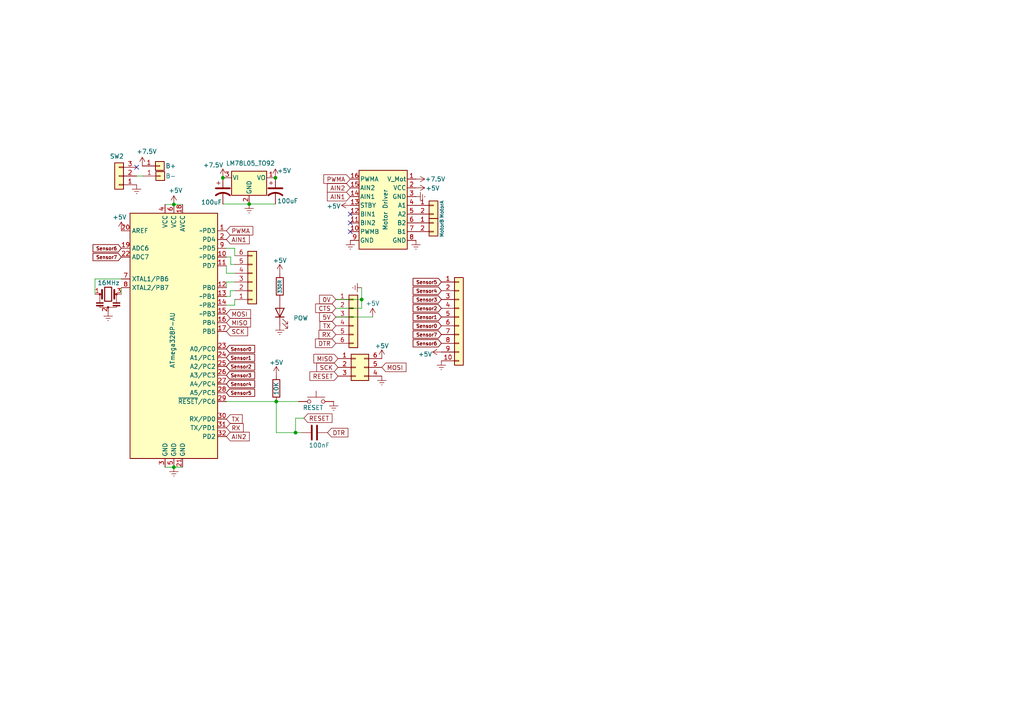
<source format=kicad_sch>
(kicad_sch (version 20211123) (generator eeschema)
  (paper "A4")
  (title_block (title "ATMEGA") (date "2023-02-10") (company "Tonikiller10000"))
  (lib_symbols
    (symbol "ATmega328P-A_1"
      (property "Value" "ATmega328P-AU " (at -0.381 -9.398 90))
      (symbol "ATmega328P-A_1_0_1"
        (rectangle (start -12.7 -35.56) (end 12.7 35.56) (stroke (width 0.254)) (fill (type background)))
      )
      (symbol "ATmega328P-A_1_1_1"
        (pin bidirectional line (at 15.24 30.48 180) (length 2.54) (name "~PD3") (number "1"))
        (pin bidirectional line (at 15.24 22.86 180) (length 2.54) (name "~PD6") (number "10"))
        (pin bidirectional line (at 15.24 20.32 180) (length 2.54) (name "PD7") (number "11"))
        (pin bidirectional line (at 15.24 13.97 180) (length 2.54) (name "PB0") (number "12"))
        (pin bidirectional line (at 15.24 11.43 180) (length 2.54) (name "~PB1") (number "13"))
        (pin bidirectional line (at 15.24 8.89 180) (length 2.54) (name "~PB2") (number "14"))
        (pin bidirectional line (at 15.24 6.35 180) (length 2.54) (name "~PB3") (number "15"))
        (pin bidirectional line (at 15.24 3.81 180) (length 2.54) (name "PB4") (number "16"))
        (pin bidirectional line (at 15.24 1.27 180) (length 2.54) (name "PB5") (number "17"))
        (pin power_in line (at 2.54 38.1 270) (length 2.54) (name "AVCC") (number "18"))
        (pin input line (at -15.24 25.4 0) (length 2.54) (name "ADC6") (number "19"))
        (pin bidirectional line (at 15.24 27.94 180) (length 2.54) (name "PD4") (number "2"))
        (pin passive line (at -15.24 30.48 0) (length 2.54) (name "AREF") (number "20"))
        (pin passive line (at 2.54 -38.1 90) (length 2.54) (name "GND") (number "21"))
        (pin input line (at -15.24 22.86 0) (length 2.54) (name "ADC7") (number "22"))
        (pin bidirectional line (at 15.24 -3.81 180) (length 2.54) (name "A0/PC0") (number "23"))
        (pin bidirectional line (at 15.24 -6.35 180) (length 2.54) (name "A1/PC1") (number "24"))
        (pin bidirectional line (at 15.24 -8.89 180) (length 2.54) (name "A2/PC2") (number "25"))
        (pin bidirectional line (at 15.24 -11.43 180) (length 2.54) (name "A3/PC3") (number "26"))
        (pin bidirectional line (at 15.24 -13.97 180) (length 2.54) (name "A4/PC4") (number "27"))
        (pin bidirectional line (at 15.24 -16.51 180) (length 2.54) (name "A5/PC5") (number "28"))
        (pin bidirectional line (at 15.24 -19.05 180) (length 2.54) (name "~{RESET}/PC6") (number "29"))
        (pin power_in line (at -2.54 -38.1 90) (length 2.54) (name "GND") (number "3"))
        (pin bidirectional line (at 15.24 -24.13 180) (length 2.54) (name "RX/PD0") (number "30"))
        (pin bidirectional line (at 15.24 -26.67 180) (length 2.54) (name "TX/PD1") (number "31"))
        (pin bidirectional line (at 15.24 -29.21 180) (length 2.54) (name "PD2") (number "32"))
        (pin power_in line (at -2.54 38.1 270) (length 2.54) (name "VCC") (number "4"))
        (pin passive line (at 0 -38.1 90) (length 2.54) (name "GND") (number "5"))
        (pin passive line (at 0 38.1 270) (length 2.54) (name "VCC") (number "6"))
        (pin bidirectional line (at -15.24 16.51 0) (length 2.54) (name "XTAL1/PB6") (number "7"))
        (pin bidirectional line (at -15.24 13.97 0) (length 2.54) (name "XTAL2/PB7") (number "8"))
        (pin bidirectional line (at 15.24 25.4 180) (length 2.54) (name "~PD5") (number "9"))
      )
    )
    (symbol "Connector_Generic:Conn_01x01" (pin_names (offset 1.016) hide)
      (property "Reference" "J" (at 0 2.54 0))
      (property "Value" "Conn_01x01" (at 0 -2.54 0))
      (symbol "Conn_01x01_1_1"
        (rectangle (start -1.27 0.127) (end 0 -0.127) (stroke (width 0.1524)))
        (rectangle (start -1.27 1.27) (end 1.27 -1.27) (stroke (width 0.254)) (fill (type background)))
        (pin passive line (at -5.08 0 0) (length 3.81) (name "Pin_1") (number "1"))
      )
    )
    (symbol "Connector_Generic:Conn_01x02" (pin_names (offset 1.016) hide)
      (property "Reference" "J" (at 0 2.54 0))
      (property "Value" "Conn_01x02" (at 0 -5.08 0))
      (symbol "Conn_01x02_1_1"
        (rectangle (start -1.27 -2.413) (end 0 -2.667) (stroke (width 0.1524)))
        (rectangle (start -1.27 0.127) (end 0 -0.127) (stroke (width 0.1524)))
        (rectangle (start -1.27 1.27) (end 1.27 -3.81) (stroke (width 0.254)) (fill (type background)))
        (pin passive line (at -5.08 0 0) (length 3.81) (name "Pin_1") (number "1"))
        (pin passive line (at -5.08 -2.54 0) (length 3.81) (name "Pin_2") (number "2"))
      )
    )
    (symbol "Connector_Generic:Conn_01x03" (pin_names (offset 1.016) hide)
      (property "Reference" "J" (at 0 5.08 0))
      (property "Value" "Conn_01x03" (at 0 -5.08 0))
      (symbol "Conn_01x03_1_1"
        (rectangle (start -1.27 -2.413) (end 0 -2.667) (stroke (width 0.1524)))
        (rectangle (start -1.27 0.127) (end 0 -0.127) (stroke (width 0.1524)))
        (rectangle (start -1.27 2.667) (end 0 2.413) (stroke (width 0.1524)))
        (rectangle (start -1.27 3.81) (end 1.27 -3.81) (stroke (width 0.254)) (fill (type background)))
        (pin passive line (at -5.08 2.54 0) (length 3.81) (name "Pin_1") (number "1"))
        (pin passive line (at -5.08 0 0) (length 3.81) (name "Pin_2") (number "2"))
        (pin passive line (at -5.08 -2.54 0) (length 3.81) (name "Pin_3") (number "3"))
      )
    )
    (symbol "Connector_Generic:Conn_01x10" (pin_names (offset 1.016) hide)
      (property "Reference" "J" (at 0 12.7 0))
      (property "Value" "Conn_01x10" (at 0 -15.24 0))
      (symbol "Conn_01x10_1_1"
        (rectangle (start -1.27 -12.573) (end 0 -12.827) (stroke (width 0.1524)))
        (rectangle (start -1.27 -10.033) (end 0 -10.287) (stroke (width 0.1524)))
        (rectangle (start -1.27 -7.493) (end 0 -7.747) (stroke (width 0.1524)))
        (rectangle (start -1.27 -4.953) (end 0 -5.207) (stroke (width 0.1524)))
        (rectangle (start -1.27 -2.413) (end 0 -2.667) (stroke (width 0.1524)))
        (rectangle (start -1.27 0.127) (end 0 -0.127) (stroke (width 0.1524)))
        (rectangle (start -1.27 2.667) (end 0 2.413) (stroke (width 0.1524)))
        (rectangle (start -1.27 5.207) (end 0 4.953) (stroke (width 0.1524)))
        (rectangle (start -1.27 7.747) (end 0 7.493) (stroke (width 0.1524)))
        (rectangle (start -1.27 10.287) (end 0 10.033) (stroke (width 0.1524)))
        (rectangle (start -1.27 11.43) (end 1.27 -13.97) (stroke (width 0.254)) (fill (type background)))
        (pin passive line (at -5.08 10.16 0) (length 3.81) (name "Pin_1") (number "1"))
        (pin passive line (at -5.08 -12.7 0) (length 3.81) (name "Pin_10") (number "10"))
        (pin passive line (at -5.08 7.62 0) (length 3.81) (name "Pin_2") (number "2"))
        (pin passive line (at -5.08 5.08 0) (length 3.81) (name "Pin_3") (number "3"))
        (pin passive line (at -5.08 2.54 0) (length 3.81) (name "Pin_4") (number "4"))
        (pin passive line (at -5.08 0 0) (length 3.81) (name "Pin_5") (number "5"))
        (pin passive line (at -5.08 -2.54 0) (length 3.81) (name "Pin_6") (number "6"))
        (pin passive line (at -5.08 -5.08 0) (length 3.81) (name "Pin_7") (number "7"))
        (pin passive line (at -5.08 -7.62 0) (length 3.81) (name "Pin_8") (number "8"))
        (pin passive line (at -5.08 -10.16 0) (length 3.81) (name "Pin_9") (number "9"))
      )
    )
    (symbol "Connector_Generic:Conn_02x03_Counter_Clockwise" (pin_names (offset 1.016) hide)
      (property "Reference" "J" (at 1.27 5.08 0))
      (property "Value" "Conn_02x03_Counter_Clockwise" (at 1.27 -5.08 0))
      (symbol "Conn_02x03_Counter_Clockwise_1_1"
        (rectangle (start -1.27 -2.413) (end 0 -2.667) (stroke (width 0.1524)))
        (rectangle (start -1.27 0.127) (end 0 -0.127) (stroke (width 0.1524)))
        (rectangle (start -1.27 2.667) (end 0 2.413) (stroke (width 0.1524)))
        (rectangle (start -1.27 3.81) (end 3.81 -3.81) (stroke (width 0.254)) (fill (type background)))
        (rectangle (start 3.81 -2.413) (end 2.54 -2.667) (stroke (width 0.1524)))
        (rectangle (start 3.81 0.127) (end 2.54 -0.127) (stroke (width 0.1524)))
        (rectangle (start 3.81 2.667) (end 2.54 2.413) (stroke (width 0.1524)))
        (pin passive line (at -5.08 2.54 0) (length 3.81) (name "Pin_1") (number "1"))
        (pin passive line (at -5.08 0 0) (length 3.81) (name "Pin_2") (number "2"))
        (pin passive line (at -5.08 -2.54 0) (length 3.81) (name "Pin_3") (number "3"))
        (pin passive line (at 7.62 -2.54 180) (length 3.81) (name "Pin_4") (number "4"))
        (pin passive line (at 7.62 0 180) (length 3.81) (name "Pin_5") (number "5"))
        (pin passive line (at 7.62 2.54 180) (length 3.81) (name "Pin_6") (number "6"))
      )
    )
    (symbol "Connector_Generic_MountingPin:Conn_01x06_MountingPin" (pin_names (offset 1.016) hide)
      (symbol "Conn_01x06_MountingPin_1_1"
        (rectangle (start -1.27 -7.493) (end 0 -7.747) (stroke (width 0.1524)))
        (rectangle (start -1.27 -4.953) (end 0 -5.207) (stroke (width 0.1524)))
        (rectangle (start -1.27 -2.413) (end 0 -2.667) (stroke (width 0.1524)))
        (rectangle (start -1.27 0.127) (end 0 -0.127) (stroke (width 0.1524)))
        (rectangle (start -1.27 2.667) (end 0 2.413) (stroke (width 0.1524)))
        (rectangle (start -1.27 5.207) (end 0 4.953) (stroke (width 0.1524)))
        (rectangle (start -1.27 6.35) (end 1.27 -8.89) (stroke (width 0.254)) (fill (type background)))
        (pin passive line (at -5.08 5.08 0) (length 3.81) (name "Pin_1") (number "1"))
        (pin passive line (at -5.08 2.54 0) (length 3.81) (name "Pin_2") (number "2"))
        (pin passive line (at -5.08 0 0) (length 3.81) (name "Pin_3") (number "3"))
        (pin passive line (at -5.08 -2.54 0) (length 3.81) (name "Pin_4") (number "4"))
        (pin passive line (at -5.08 -5.08 0) (length 3.81) (name "Pin_5") (number "5"))
        (pin passive line (at -5.08 -7.62 0) (length 3.81) (name "Pin_6") (number "6"))
      )
    )
    (symbol "Device:C" (pin_numbers hide) (pin_names (offset 0.254))
      (property "Reference" "C" (at 0.635 2.54 0))
      (property "Value" "C" (at 0.635 -2.54 0))
      (symbol "C_0_1"
        (polyline (pts (xy -2.032 -0.762) (xy 2.032 -0.762)) (stroke (width 0.508)))
        (polyline (pts (xy -2.032 0.762) (xy 2.032 0.762)) (stroke (width 0.508)))
      )
      (symbol "C_1_1"
        (pin passive line (at 0 3.81 270) (length 2.794) (name "~") (number "1"))
        (pin passive line (at 0 -3.81 90) (length 2.794) (name "~") (number "2"))
      )
    )
    (symbol "Device:C_Polarized_US" (pin_numbers hide) (pin_names (offset 0.254) hide)
      (property "Reference" "C" (at 0.635 2.54 0))
      (property "Value" "C_Polarized_US" (at 0.635 -2.54 0))
      (symbol "C_Polarized_US_0_1"
        (polyline (pts (xy -2.032 0.762) (xy 2.032 0.762)) (stroke (width 0.508)))
        (polyline (pts (xy -1.778 2.286) (xy -0.762 2.286)))
        (polyline (pts (xy -1.27 1.778) (xy -1.27 2.794)))
        (arc (start 2.032 -1.27) (mid 0 -0.5572) (end -2.032 -1.27) (stroke (width 0.508)))
      )
      (symbol "C_Polarized_US_1_1"
        (pin passive line (at 0 3.81 270) (length 2.794) (name "~") (number "1"))
        (pin passive line (at 0 -3.81 90) (length 3.302) (name "~") (number "2"))
      )
    )
    (symbol "Device:LED" (pin_numbers hide) (pin_names (offset 1.016) hide)
      (property "Reference" "D" (at 0 2.54 0))
      (property "Value" "LED" (at 0 -2.54 0))
      (symbol "LED_0_1"
        (polyline (pts (xy -1.27 -1.27) (xy -1.27 1.27)) (stroke (width 0.254)))
        (polyline (pts (xy -1.27 0) (xy 1.27 0)))
        (polyline (pts (xy 1.27 -1.27) (xy 1.27 1.27) (xy -1.27 0) (xy 1.27 -1.27)) (stroke (width 0.254)))
        (polyline (pts (xy -3.048 -0.762) (xy -4.572 -2.286) (xy -3.81 -2.286) (xy -4.572 -2.286) (xy -4.572 -1.524)))
        (polyline (pts (xy -1.778 -0.762) (xy -3.302 -2.286) (xy -2.54 -2.286) (xy -3.302 -2.286) (xy -3.302 -1.524)))
      )
      (symbol "LED_1_1"
        (pin passive line (at -3.81 0 0) (length 2.54) (name "K") (number "1"))
        (pin passive line (at 3.81 0 180) (length 2.54) (name "A") (number "2"))
      )
    )
    (symbol "Device:R" (pin_numbers hide) (pin_names (offset 0))
      (property "Reference" "R" (at 2.032 0 90))
      (property "Value" "R" (at 0 0 90))
      (symbol "R_0_1"
        (rectangle (start -1.016 -2.54) (end 1.016 2.54) (stroke (width 0.254)))
      )
      (symbol "R_1_1"
        (pin passive line (at 0 3.81 270) (length 1.27) (name "~") (number "1"))
        (pin passive line (at 0 -3.81 90) (length 1.27) (name "~") (number "2"))
      )
    )
    (symbol "Device:Resonator" (pin_names (offset 1.016) hide)
      (property "Reference" "Y" (at 0 5.715 0))
      (property "Value" "Resonator" (at 0 3.81 0))
      (symbol "Resonator_0_1"
        (rectangle (start -3.429 -3.175) (end -1.397 -3.429) (fill (type outline)))
        (rectangle (start -3.429 -2.413) (end -1.397 -2.667) (fill (type outline)))
        (circle (center -2.413 0) (radius 0.254) (fill (type outline)))
        (rectangle (start -1.016 2.032) (end 1.016 -2.032) (stroke (width 0.3048)))
        (circle (center 0 -3.81) (radius 0.254) (fill (type outline)))
        (polyline (pts (xy -2.413 -2.413) (xy -2.413 0)))
        (polyline (pts (xy -1.905 0) (xy -3.175 0)))
        (polyline (pts (xy -1.778 -1.27) (xy -1.778 1.27)) (stroke (width 0.508)))
        (polyline (pts (xy 1.778 -1.27) (xy 1.778 1.27)) (stroke (width 0.508)))
        (polyline (pts (xy 1.905 0) (xy 2.54 0)))
        (polyline (pts (xy 2.413 0) (xy 2.413 -2.54)))
        (polyline (pts (xy 2.413 -3.302) (xy 2.413 -3.81) (xy -2.413 -3.81) (xy -2.413 -3.302)))
        (rectangle (start 1.397 -3.175) (end 3.429 -3.429) (fill (type outline)))
        (rectangle (start 1.397 -2.413) (end 3.429 -2.667) (fill (type outline)))
        (circle (center 2.413 0) (radius 0.254) (fill (type outline)))
      )
      (symbol "Resonator_1_1"
        (pin passive line (at -3.81 0 0) (length 1.27) (name "1") (number "1"))
        (pin passive line (at 0 -5.08 90) (length 1.27) (name "2") (number "2"))
        (pin passive line (at 3.81 0 180) (length 1.27) (name "3") (number "3"))
      )
    )
    (symbol "LM78L05_TO92_1" (pin_names (offset 0.254))
      (property "Value" "Motor Driver" (at 1.27 -8.89 90))
      (symbol "LM78L05_TO92_1_0_1"
        (rectangle (start -5.08 2.54) (end 8.89 -20.32) (stroke (width 0.254)) (fill (type background)))
      )
      (symbol "LM78L05_TO92_1_1_1"
        (pin power_out line (at -7.62 0 0) (length 2.54) (name "V_Mot") (number "1"))
        (pin power_in line (at 11.43 -15.24 180) (length 2.54) (name "PWMB") (number "10"))
        (pin power_in line (at 11.43 -12.7 180) (length 2.54) (name "BIN2") (number "11"))
        (pin power_in line (at 11.43 -10.16 180) (length 2.54) (name "BIN1") (number "12"))
        (pin power_in line (at 11.43 -7.62 180) (length 2.54) (name "STBY") (number "13"))
        (pin power_in line (at 11.43 -5.08 180) (length 2.54) (name "AIN1") (number "14"))
        (pin power_in line (at 11.43 -2.54 180) (length 2.54) (name "AIN2") (number "15"))
        (pin power_in line (at 11.43 0 180) (length 2.54) (name "PWMA") (number "16"))
        (pin power_out line (at -7.62 -2.54 0) (length 2.54) (name "VCC") (number "2"))
        (pin power_out line (at -7.62 -5.08 0) (length 2.54) (name "GND") (number "3"))
        (pin power_out line (at -7.62 -7.62 0) (length 2.54) (name "A1") (number "4"))
        (pin power_out line (at -7.62 -10.16 0) (length 2.54) (name "A2") (number "5"))
        (pin power_out line (at -7.62 -12.7 0) (length 2.54) (name "B2") (number "6"))
        (pin power_out line (at -7.62 -15.24 0) (length 2.54) (name "B1") (number "7"))
        (pin power_out line (at -7.62 -17.78 0) (length 2.54) (name "GND") (number "8"))
        (pin power_in line (at 11.43 -17.78 180) (length 2.54) (name "GND") (number "9"))
      )
    )
    (symbol "Regulator_Linear:LM78L05_TO92" (pin_names (offset 0.254))
      (property "Reference" "U" (at -3.81 3.175 0))
      (property "Value" "LM78L05_TO92" (at 0 3.175 0))
      (symbol "LM78L05_TO92_0_1"
        (rectangle (start -5.08 -5.08) (end 5.08 1.905) (stroke (width 0.254)) (fill (type background)))
      )
      (symbol "LM78L05_TO92_1_1"
        (pin power_out line (at 7.62 0 180) (length 2.54) (name "VO") (number "1"))
        (pin power_in line (at 0 -7.62 90) (length 2.54) (name "GND") (number "2"))
        (pin power_in line (at -7.62 0 0) (length 2.54) (name "VI") (number "3"))
      )
    )
    (symbol "Switch:SW_Push" (pin_numbers hide) (pin_names (offset 1.016) hide)
      (property "Reference" "SW" (at 1.27 2.54 0))
      (property "Value" "SW_Push" (at 0 -1.524 0))
      (symbol "SW_Push_0_1"
        (circle (center -2.032 0) (radius 0.508))
        (polyline (pts (xy 0 1.27) (xy 0 3.048)))
        (polyline (pts (xy 2.54 1.27) (xy -2.54 1.27)))
        (circle (center 2.032 0) (radius 0.508))
        (pin passive line (at -5.08 0 0) (length 2.54) (name "1") (number "1"))
        (pin passive line (at 5.08 0 180) (length 2.54) (name "2") (number "2"))
      )
    )
    (symbol "power:+5V" (power) (pin_names (offset 0))
      (property "Value" "+5V" (at 0 3.556 0))
      (symbol "+5V_0_1"
        (polyline (pts (xy -0.762 1.27) (xy 0 2.54)))
        (polyline (pts (xy 0 0) (xy 0 2.54)))
        (polyline (pts (xy 0 2.54) (xy 0.762 1.27)))
      )
      (symbol "+5V_1_1"
        (pin power_in line (at 0 0 90) (length 0) hide (name "+5V") (number "1"))
      )
    )
    (symbol "power:+7.5V" (power) (pin_names (offset 0))
      (property "Value" "+7.5V" (at 0 3.556 0))
      (symbol "+7.5V_0_1"
        (polyline (pts (xy -0.762 1.27) (xy 0 2.54)))
        (polyline (pts (xy 0 0) (xy 0 2.54)))
        (polyline (pts (xy 0 2.54) (xy 0.762 1.27)))
      )
      (symbol "+7.5V_1_1"
        (pin power_in line (at 0 0 90) (length 0) hide (name "+7.5V") (number "1"))
      )
    )
    (symbol "power:Earth" (power) (pin_names (offset 0))
      (symbol "Earth_0_1"
        (polyline (pts (xy -0.635 -1.905) (xy 0.635 -1.905)))
        (polyline (pts (xy -0.127 -2.54) (xy 0.127 -2.54)))
        (polyline (pts (xy 0 -1.27) (xy 0 0)))
        (polyline (pts (xy 1.27 -1.27) (xy -1.27 -1.27)))
      )
      (symbol "Earth_1_1"
        (pin power_in line (at 0 0 270) (length 0) hide (name "Earth") (number "1"))
      )
    )
  )
  (junction (at 64.643 51.562))
  (junction (at 50.419 59.309))
  (junction (at 72.263 59.182))
  (junction (at 104.902 86.868))
  (junction (at 85.725 125.476))
  (junction (at 79.883 51.562))
  (junction (at 80.137 116.459))
  (junction (at 50.419 135.509))
  (no_connect (at 101.6 62.103))
  (no_connect (at 101.6 67.183))
  (no_connect (at 101.6 64.643))
  (no_connect (at 39.624 48.514))
  (wire (pts (xy 87.376 125.476) (xy 85.725 125.476)))
  (wire (pts (xy 104.902 86.868) (xy 97.409 86.868)))
  (wire (pts (xy 65.659 81.788) (xy 68.072 81.788)))
  (wire (pts (xy 47.879 59.309) (xy 50.419 59.309)))
  (wire (pts (xy 104.902 86.868) (xy 104.902 89.408)))
  (wire (pts (xy 68.072 88.519) (xy 68.072 86.868)))
  (wire (pts (xy 64.643 59.182) (xy 72.263 59.182)))
  (wire (pts (xy 104.902 83.439) (xy 104.902 86.868)))
  (wire (pts (xy 85.725 121.285) (xy 85.725 125.476)))
  (wire (pts (xy 65.659 79.248) (xy 68.072 79.248)))
  (wire (pts (xy 65.659 72.009) (xy 68.072 72.009)))
  (wire (pts (xy 66.929 74.549) (xy 66.929 76.708)))
  (wire (pts (xy 50.419 59.309) (xy 52.959 59.309)))
  (wire (pts (xy 80.137 116.459) (xy 80.137 125.476)))
  (wire (pts (xy 65.659 83.439) (xy 65.659 81.788)))
  (wire (pts (xy 68.072 72.009) (xy 68.072 74.168)))
  (wire (pts (xy 65.659 85.979) (xy 66.802 85.979)))
  (wire (pts (xy 65.659 74.549) (xy 66.929 74.549)))
  (wire (pts (xy 88.138 121.285) (xy 85.725 121.285)))
  (wire (pts (xy 35.179 85.344) (xy 35.179 83.439)))
  (wire (pts (xy 65.659 88.519) (xy 68.072 88.519)))
  (wire (pts (xy 72.263 59.182) (xy 79.883 59.182)))
  (wire (pts (xy 39.624 51.054) (xy 41.402 51.054)))
  (wire (pts (xy 104.902 89.408) (xy 97.409 89.408)))
  (wire (pts (xy 65.659 116.459) (xy 80.137 116.459)))
  (wire (pts (xy 108.077 91.948) (xy 97.409 91.948)))
  (wire (pts (xy 66.802 85.979) (xy 66.802 84.328)))
  (wire (pts (xy 66.929 76.708) (xy 68.072 76.708)))
  (wire (pts (xy 27.559 80.899) (xy 35.179 80.899)))
  (wire (pts (xy 85.725 125.476) (xy 80.137 125.476)))
  (wire (pts (xy 47.879 135.509) (xy 50.419 135.509)))
  (wire (pts (xy 50.419 135.509) (xy 52.959 135.509)))
  (wire (pts (xy 27.559 85.344) (xy 27.559 80.899)))
  (wire (pts (xy 65.659 77.089) (xy 65.659 79.248)))
  (wire (pts (xy 66.802 84.328) (xy 68.072 84.328)))
  (wire (pts (xy 86.614 116.459) (xy 80.137 116.459)))
  (global_label "Sensor6" (shape input) (at 128.016 99.568 180) (effects (font (size 1 1) (thickness 0.2) bold)) (property "Intersheet References" "${INTERSHEET_REFS}" (effects hide)))
  (global_label "RX" (shape input) (at 65.659 124.079 0) (property "Intersheet References" "${INTERSHEET_REFS}" (effects hide)))
  (global_label "MISO" (shape input) (at 65.659 93.599 0) (property "Intersheet References" "${INTERSHEET_REFS}" (effects hide)))
  (global_label "5V" (shape input) (at 97.409 91.948 180) (property "Intersheet References" "${INTERSHEET_REFS}" (effects hide)))
  (global_label "SCK" (shape input) (at 65.659 96.139 0) (property "Intersheet References" "${INTERSHEET_REFS}" (effects hide)))
  (global_label "RESET" (shape input) (at 88.138 121.285 0) (property "Intersheet References" "${INTERSHEET_REFS}" (effects hide)))
  (global_label "RX" (shape input) (at 97.409 97.028 180) (property "Intersheet References" "${INTERSHEET_REFS}" (effects hide)))
  (global_label "Sensor3" (shape input) (at 128.016 86.868 180) (effects (font (size 1 1) (thickness 0.2) bold)) (property "Intersheet References" "${INTERSHEET_REFS}" (effects hide)))
  (global_label "Sensor6" (shape input) (at 35.179 72.009 180) (effects (font (size 1 1) (thickness 0.2) bold)) (property "Intersheet References" "${INTERSHEET_REFS}" (effects hide)))
  (global_label "Sensor0" (shape input) (at 65.659 101.219 0) (effects (font (size 1 1) (thickness 0.2) bold)) (property "Intersheet References" "${INTERSHEET_REFS}" (effects hide)))
  (global_label "Sensor5" (shape input) (at 128.016 81.788 180) (effects (font (size 1 1) (thickness 0.2) bold)) (property "Intersheet References" "${INTERSHEET_REFS}" (effects hide)))
  (global_label "AIN1" (shape input) (at 101.6 57.023 180) (property "Intersheet References" "${INTERSHEET_REFS}" (effects hide)))
  (global_label "Sensor2" (shape input) (at 65.659 106.299 0) (effects (font (size 1 1) (thickness 0.2) bold)) (property "Intersheet References" "${INTERSHEET_REFS}" (effects hide)))
  (global_label "DTR" (shape input) (at 94.996 125.476 0) (property "Intersheet References" "${INTERSHEET_REFS}" (effects hide)))
  (global_label "Sensor4" (shape input) (at 65.659 111.379 0) (effects (font (size 1 1) (thickness 0.2) bold)) (property "Intersheet References" "${INTERSHEET_REFS}" (effects hide)))
  (global_label "PWMA" (shape input) (at 65.659 66.929 0) (property "Intersheet References" "${INTERSHEET_REFS}" (effects hide)))
  (global_label "RESET" (shape input) (at 98.044 109.093 180) (property "Intersheet References" "${INTERSHEET_REFS}" (effects hide)))
  (global_label "AIN1" (shape input) (at 65.659 69.469 0) (property "Intersheet References" "${INTERSHEET_REFS}" (effects hide)))
  (global_label "AIN2" (shape input) (at 101.6 54.483 180) (property "Intersheet References" "${INTERSHEET_REFS}" (effects hide)))
  (global_label "Sensor4" (shape input) (at 128.016 84.328 180) (effects (font (size 1 1) (thickness 0.2) bold)) (property "Intersheet References" "${INTERSHEET_REFS}" (effects hide)))
  (global_label "CTS" (shape input) (at 97.409 89.408 180) (property "Intersheet References" "${INTERSHEET_REFS}" (effects hide)))
  (global_label "PWMA" (shape input) (at 101.6 51.943 180) (property "Intersheet References" "${INTERSHEET_REFS}" (effects hide)))
  (global_label "TX" (shape input) (at 97.409 94.488 180) (property "Intersheet References" "${INTERSHEET_REFS}" (effects hide)))
  (global_label "Sensor7" (shape input) (at 128.016 97.028 180) (effects (font (size 1 1) (thickness 0.2) bold)) (property "Intersheet References" "${INTERSHEET_REFS}" (effects hide)))
  (global_label "TX" (shape input) (at 65.659 121.539 0) (property "Intersheet References" "${INTERSHEET_REFS}" (effects hide)))
  (global_label "Sensor3" (shape input) (at 65.659 108.839 0) (effects (font (size 1 1) (thickness 0.2) bold)) (property "Intersheet References" "${INTERSHEET_REFS}" (effects hide)))
  (global_label "Sensor1" (shape input) (at 65.659 103.759 0) (effects (font (size 1 1) (thickness 0.2) bold)) (property "Intersheet References" "${INTERSHEET_REFS}" (effects hide)))
  (global_label "Sensor7" (shape input) (at 35.179 74.549 180) (effects (font (size 1 1) (thickness 0.2) bold)) (property "Intersheet References" "${INTERSHEET_REFS}" (effects hide)))
  (global_label "0V" (shape input) (at 97.409 86.868 180) (property "Intersheet References" "${INTERSHEET_REFS}" (effects hide)))
  (global_label "MOSI" (shape input) (at 65.659 91.059 0) (property "Intersheet References" "${INTERSHEET_REFS}" (effects hide)))
  (global_label "SCK" (shape input) (at 98.044 106.553 180) (property "Intersheet References" "${INTERSHEET_REFS}" (effects hide)))
  (global_label "DTR" (shape input) (at 97.409 99.568 180) (property "Intersheet References" "${INTERSHEET_REFS}" (effects hide)))
  (global_label "AIN2" (shape input) (at 65.659 126.619 0) (property "Intersheet References" "${INTERSHEET_REFS}" (effects hide)))
  (global_label "Sensor1" (shape input) (at 128.016 91.948 180) (effects (font (size 1 1) (thickness 0.2) bold)) (property "Intersheet References" "${INTERSHEET_REFS}" (effects hide)))
  (global_label "Sensor5" (shape input) (at 65.659 113.919 0) (effects (font (size 1 1) (thickness 0.2) bold)) (property "Intersheet References" "${INTERSHEET_REFS}" (effects hide)))
  (global_label "MOSI" (shape input) (at 110.744 106.553 0) (property "Intersheet References" "${INTERSHEET_REFS}" (effects hide)))
  (global_label "Sensor2" (shape input) (at 128.016 89.408 180) (effects (font (size 1 1) (thickness 0.2) bold)) (property "Intersheet References" "${INTERSHEET_REFS}" (effects hide)))
  (global_label "MISO" (shape input) (at 98.044 104.013 180) (property "Intersheet References" "${INTERSHEET_REFS}" (effects hide)))
  (global_label "Sensor0" (shape input) (at 128.016 94.488 180) (effects (font (size 1 1) (thickness 0.2) bold)) (property "Intersheet References" "${INTERSHEET_REFS}" (effects hide)))
  (symbol (lib_id "power:+5V") (at 101.6 59.563 90) (mirror x) (unit 1)
    (property "Reference" "#PWR0121" (effects hide))
    (property "Value" "+5V" (at 96.774 59.817 90))
  )
  (symbol (lib_name "LM78L05_TO92_1") (lib_id "Regulator_Linear:LM78L05_TO92") (at 113.03 51.943 0) (mirror y) (unit 1)
    (property "Reference" "U3" (effects hide))
    (property "Value" "Motor Driver" (at 111.76 60.833 90))
    (property "Footprint" "Connector_PinHeader_2.54mm:MotorDriver111" (effects hide))
    (property "Datasheet" "https://www.onsemi.com/pub/Collateral/MC78L06A-D.pdf" (effects hide))
  )
  (symbol (lib_id "Device:C_Polarized_US") (at 64.643 55.372 0) (unit 1)
    (property "Reference" "C1" (effects hide))
    (property "Value" "100uF" (at 61.341 58.674 0))
  )
  (symbol (lib_id "Connector_Generic:Conn_01x10") (at 133.096 91.948 0) (unit 1)
    (property "Reference" "J5" (effects hide))
    (property "Value" "Conn_01x10" (effects hide))
  )
  (symbol (lib_name "ATmega328P-A_1") (lib_id "MCU_Microchip_ATmega:ATmega328P-A") (at 50.419 97.409 0) (unit 1)
    (property "Reference" "U1" (effects hide))
    (property "Value" "ATmega328P-AU " (at 50.038 106.807 90) (effects (justify left)))
    (property "Footprint" "Package_QFP:TQFP-32_7x7mm_P0.8mm" (effects hide))
    (property "Datasheet" "http://ww1.microchip.com/downloads/en/DeviceDoc/ATmega328_P%20AVR%20MCU%20with%20picoPower%20Technology%20Data%20Sheet%2040001984A.pdf" (effects hide))
  )
  (symbol (lib_id "power:+5V") (at 120.65 54.483 270) (mirror x) (unit 1)
    (property "Reference" "#PWR0112" (effects hide))
    (property "Value" "+5V" (at 125.476 54.61 90))
  )
  (symbol (lib_id "Connector_Generic:Conn_01x01") (at 46.355 48.133 0) (unit 1)
    (property "Reference" "J8" (effects hide))
    (property "Value" "B+" (at 48.006 48.133 0) (effects (justify left)))
  )
  (symbol (lib_id "power:+5V") (at 79.883 51.562 0) (mirror y) (unit 1)
    (property "Reference" "#PWR0108" (effects hide))
    (property "Value" "+5V" (at 82.423 49.53 0))
  )
  (symbol (lib_id "Regulator_Linear:LM78L05_TO92") (at 72.263 51.562 0) (unit 1)
    (property "Reference" "U2" (effects hide))
    (property "Value" "LM78L05_TO92" (at 72.644 47.371 0))
    (property "Footprint" "Package_TO_SOT_THT:TO-92_Inline" (effects hide))
    (property "Datasheet" "https://www.onsemi.com/pub/Collateral/MC78L06A-D.pdf" (effects hide))
  )
  (symbol (lib_id "power:Earth") (at 81.153 94.488 0) (unit 1)
    (property "Reference" "#PWR0123" (effects hide))
    (property "Value" "Earth" (effects hide))
  )
  (symbol (lib_id "Connector_Generic:Conn_02x03_Counter_Clockwise") (at 103.124 106.553 0) (unit 1)
    (property "Reference" "J2" (effects hide))
    (property "Value" "ICSP" (effects hide))
  )
  (symbol (lib_id "Connector_Generic:Conn_01x02") (at 125.73 59.563 0) (unit 1)
    (property "Reference" "J3" (effects hide))
    (property "Value" "MotorA" (at 128.143 60.706 90) (effects (font (size 1 1))))
  )
  (symbol (lib_id "Device:Resonator") (at 31.369 85.344 0) (unit 1)
    (property "Reference" "Y1" (effects hide))
    (property "Value" "16MHz" (at 31.496 82.042 0))
  )
  (symbol (lib_id "Connector_Generic:Conn_01x02") (at 125.73 64.643 0) (unit 1)
    (property "Reference" "J4" (effects hide))
    (property "Value" "MotorB" (at 128.143 66.167 90) (effects (font (size 1 1))))
  )
  (symbol (lib_id "Connector_Generic:Conn_01x01") (at 46.482 51.054 0) (unit 1)
    (property "Reference" "J9" (effects hide))
    (property "Value" "B-" (at 48.006 51.054 0) (effects (justify left)))
  )
  (symbol (lib_id "power:+5V") (at 35.179 66.929 0) (unit 1)
    (property "Reference" "#PWR0105" (effects hide))
    (property "Value" "+5V" (at 34.671 62.992 0))
  )
  (symbol (lib_id "Device:C_Polarized_US") (at 79.883 55.372 0) (unit 1)
    (property "Reference" "C2" (effects hide))
    (property "Value" "100uF" (at 83.439 58.293 0))
  )
  (symbol (lib_id "Device:C") (at 91.186 125.476 270) (mirror x) (unit 1)
    (property "Reference" "C3" (effects hide))
    (property "Value" "100nF" (at 89.535 129.159 90) (effects (justify left)))
  )
  (symbol (lib_id "power:+5V") (at 128.016 102.108 90) (mirror x) (unit 1)
    (property "Reference" "#PWR0116" (effects hide))
    (property "Value" "+5V" (at 123.317 102.743 90))
  )
  (symbol (lib_id "power:+7.5V") (at 64.643 51.562 0) (unit 1)
    (property "Reference" "#PWR0107" (effects hide))
    (property "Value" "+7.5V" (at 61.849 47.879 0))
  )
  (symbol (lib_id "power:Earth") (at 39.624 53.594 0) (unit 1)
    (property "Reference" "#PWR0125" (effects hide))
    (property "Value" "Earth" (effects hide))
  )
  (symbol (lib_id "power:Earth") (at 50.419 135.509 0) (unit 1)
    (property "Reference" "#PWR0103" (effects hide))
    (property "Value" "Earth" (effects hide))
  )
  (symbol (lib_id "power:+5V") (at 81.153 79.248 0) (mirror y) (unit 1)
    (property "Reference" "#PWR0122" (effects hide))
    (property "Value" "+5V" (at 81.153 75.565 0))
  )
  (symbol (lib_id "power:+5V") (at 80.137 108.839 0) (mirror y) (unit 1)
    (property "Reference" "#PWR0102" (effects hide))
    (property "Value" "+5V" (at 80.137 105.156 0))
  )
  (symbol (lib_id "Connector_Generic:Conn_01x03") (at 34.544 51.054 180) (unit 1)
    (property "Reference" "SW2" (at 35.941 45.339 0) (effects (justify left)))
    (property "Value" "POW" (effects hide))
  )
  (symbol (lib_id "Switch:SW_Push") (at 91.694 116.459 0) (mirror y) (unit 1)
    (property "Reference" "SW1" (effects hide))
    (property "Value" "RESET" (at 90.805 118.237 0))
  )
  (symbol (lib_id "power:+7.5V") (at 120.65 51.943 270) (mirror x) (unit 1)
    (property "Reference" "#PWR0111" (effects hide))
    (property "Value" "+7.5V" (at 126.238 51.943 90))
  )
  (symbol (lib_id "Device:LED") (at 81.153 90.678 90) (unit 1)
    (property "Reference" "D1" (effects hide))
    (property "Value" "POW" (at 85.09 92.2654 90) (effects (justify right)))
  )
  (symbol (lib_id "power:Earth") (at 120.65 69.723 0) (unit 1)
    (property "Reference" "#PWR0114" (effects hide))
    (property "Value" "Earth" (effects hide))
  )
  (symbol (lib_id "power:+7.5V") (at 41.275 48.133 0) (unit 1)
    (property "Reference" "#PWR0124" (effects hide))
    (property "Value" "+7.5V" (at 42.545 43.942 0))
  )
  (symbol (lib_id "power:+5V") (at 110.744 104.013 0) (mirror y) (unit 1)
    (property "Reference" "#PWR0119" (effects hide))
    (property "Value" "+5V" (at 110.744 100.33 0))
  )
  (symbol (lib_id "power:Earth") (at 101.6 69.723 0) (unit 1)
    (property "Reference" "#PWR0113" (effects hide))
    (property "Value" "Earth" (effects hide))
  )
  (symbol (lib_id "power:Earth") (at 104.902 83.439 270) (unit 1)
    (property "Reference" "#PWR0109" (effects hide))
    (property "Value" "Earth" (effects hide))
  )
  (symbol (lib_id "power:+5V") (at 108.077 91.948 0) (unit 1)
    (property "Reference" "#PWR0110" (effects hide))
    (property "Value" "+5V" (at 108.077 88.011 0))
  )
  (symbol (lib_id "Connector_Generic_MountingPin:Conn_01x06_MountingPin") (at 102.489 91.948 0) (unit 1)
    (property "Reference" "J1" (effects hide))
    (property "Value" "Conn_01x06_MountingPin" (effects hide))
  )
  (symbol (lib_id "power:Earth") (at 96.774 116.459 0) (mirror y) (unit 1)
    (property "Reference" "#PWR0101" (effects hide))
    (property "Value" "Earth" (effects hide))
  )
  (symbol (lib_id "power:Earth") (at 31.369 90.424 0) (unit 1)
    (property "Reference" "#PWR0106" (effects hide))
    (property "Value" "Earth" (effects hide))
  )
  (symbol (lib_id "power:Earth") (at 128.016 104.648 0) (unit 1)
    (property "Reference" "#PWR0117" (effects hide))
    (property "Value" "Earth" (effects hide))
  )
  (symbol (lib_id "power:+5V") (at 50.419 59.309 0) (unit 1)
    (property "Reference" "#PWR0104" (effects hide))
    (property "Value" "+5V" (at 50.927 55.245 0))
  )
  (symbol (lib_id "power:Earth") (at 120.65 57.023 90) (unit 1)
    (property "Reference" "#PWR0115" (effects hide))
    (property "Value" "Earth" (effects hide))
  )
  (symbol (lib_id "Device:R") (at 81.153 83.058 180) (unit 1)
    (property "Reference" "R2" (effects hide))
    (property "Value" "330R" (at 81.153 81.153 90) (effects (font (size 1 1)) (justify left)))
  )
  (symbol (lib_id "power:Earth") (at 72.263 59.182 0) (unit 1)
    (property "Reference" "#PWR0120" (effects hide))
    (property "Value" "Earth" (effects hide))
  )
  (symbol (lib_id "Connector_Generic_MountingPin:Conn_01x06_MountingPin") (at 73.152 81.788 0) (mirror x) (unit 1)
    (property "Reference" "J6" (effects hide))
    (property "Value" "Digital PINS" (effects hide))
  )
  (symbol (lib_id "Device:R") (at 80.137 112.649 180) (unit 1)
    (property "Reference" "R1" (effects hide))
    (property "Value" "10K" (at 80.137 110.744 90) (effects (justify left)))
  )
  (symbol (lib_id "power:Earth") (at 110.744 109.093 0) (unit 1)
    (property "Reference" "#PWR0118" (effects hide))
    (property "Value" "Earth" (effects hide))
  )
)
</source>
